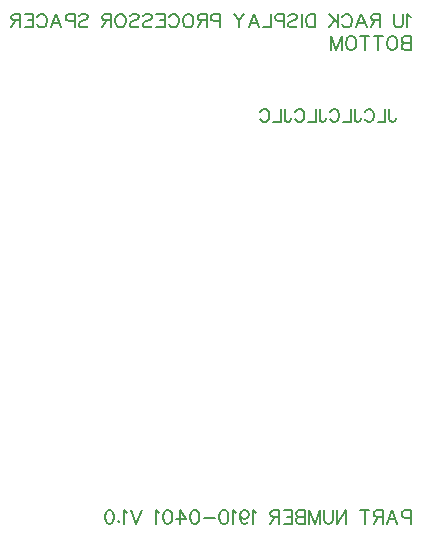
<source format=gbo>
G04 Layer: BottomSilkscreenLayer*
G04 EasyEDA v6.5.34, 2023-08-21 18:11:39*
G04 5c87355bc908427197e19914ae2d944d,5a6b42c53f6a479593ecc07194224c93,10*
G04 Gerber Generator version 0.2*
G04 Scale: 100 percent, Rotated: No, Reflected: No *
G04 Dimensions in millimeters *
G04 leading zeros omitted , absolute positions ,4 integer and 5 decimal *
%FSLAX45Y45*%
%MOMM*%

%ADD10C,0.2032*%
%ADD11C,0.1520*%

%LPD*%
D10*
X46151800Y159189D02*
G01*
X46151800Y44645D01*
X46151800Y159189D02*
G01*
X46102709Y159189D01*
X46086346Y153736D01*
X46080890Y148282D01*
X46075437Y137373D01*
X46075437Y121008D01*
X46080890Y110099D01*
X46086346Y104645D01*
X46102709Y99189D01*
X46151800Y99189D01*
X45995800Y159189D02*
G01*
X46039435Y44645D01*
X45995800Y159189D02*
G01*
X45952163Y44645D01*
X46023072Y82826D02*
G01*
X45968528Y82826D01*
X45916164Y159189D02*
G01*
X45916164Y44645D01*
X45916164Y159189D02*
G01*
X45867073Y159189D01*
X45850710Y153736D01*
X45845255Y148282D01*
X45839800Y137373D01*
X45839800Y126464D01*
X45845255Y115554D01*
X45850710Y110099D01*
X45867073Y104645D01*
X45916164Y104645D01*
X45877982Y104645D02*
G01*
X45839800Y44645D01*
X45765618Y159189D02*
G01*
X45765618Y44645D01*
X45803800Y159189D02*
G01*
X45727437Y159189D01*
X45607437Y159189D02*
G01*
X45607437Y44645D01*
X45607437Y159189D02*
G01*
X45531074Y44645D01*
X45531074Y159189D02*
G01*
X45531074Y44645D01*
X45495072Y159189D02*
G01*
X45495072Y77373D01*
X45489619Y61008D01*
X45478710Y50099D01*
X45462347Y44645D01*
X45451438Y44645D01*
X45435072Y50099D01*
X45424166Y61008D01*
X45418710Y77373D01*
X45418710Y159189D01*
X45382710Y159189D02*
G01*
X45382710Y44645D01*
X45382710Y159189D02*
G01*
X45339073Y44645D01*
X45295438Y159189D02*
G01*
X45339073Y44645D01*
X45295438Y159189D02*
G01*
X45295438Y44645D01*
X45259437Y159189D02*
G01*
X45259437Y44645D01*
X45259437Y159189D02*
G01*
X45210346Y159189D01*
X45193983Y153736D01*
X45188530Y148282D01*
X45183074Y137373D01*
X45183074Y126464D01*
X45188530Y115554D01*
X45193983Y110099D01*
X45210346Y104645D01*
X45259437Y104645D02*
G01*
X45210346Y104645D01*
X45193983Y99189D01*
X45188530Y93736D01*
X45183074Y82826D01*
X45183074Y66464D01*
X45188530Y55554D01*
X45193983Y50099D01*
X45210346Y44645D01*
X45259437Y44645D01*
X45147075Y159189D02*
G01*
X45147075Y44645D01*
X45147075Y159189D02*
G01*
X45076165Y159189D01*
X45147075Y104645D02*
G01*
X45103437Y104645D01*
X45147075Y44645D02*
G01*
X45076165Y44645D01*
X45040166Y159189D02*
G01*
X45040166Y44645D01*
X45040166Y159189D02*
G01*
X44991075Y159189D01*
X44974710Y153736D01*
X44969257Y148282D01*
X44963801Y137373D01*
X44963801Y126464D01*
X44969257Y115554D01*
X44974710Y110099D01*
X44991075Y104645D01*
X45040166Y104645D01*
X45001985Y104645D02*
G01*
X44963801Y44645D01*
X44843801Y137373D02*
G01*
X44832892Y142826D01*
X44816529Y159189D01*
X44816529Y44645D01*
X44709621Y121008D02*
G01*
X44715074Y104645D01*
X44725983Y93736D01*
X44742348Y88282D01*
X44747802Y88282D01*
X44764167Y93736D01*
X44775074Y104645D01*
X44780530Y121008D01*
X44780530Y126464D01*
X44775074Y142826D01*
X44764167Y153736D01*
X44747802Y159189D01*
X44742348Y159189D01*
X44725983Y153736D01*
X44715074Y142826D01*
X44709621Y121008D01*
X44709621Y93736D01*
X44715074Y66464D01*
X44725983Y50099D01*
X44742348Y44645D01*
X44753258Y44645D01*
X44769620Y50099D01*
X44775074Y61008D01*
X44673621Y137373D02*
G01*
X44662712Y142826D01*
X44646349Y159189D01*
X44646349Y44645D01*
X44577622Y159189D02*
G01*
X44593984Y153736D01*
X44604894Y137373D01*
X44610347Y110099D01*
X44610347Y93736D01*
X44604894Y66464D01*
X44593984Y50099D01*
X44577622Y44645D01*
X44566713Y44645D01*
X44550347Y50099D01*
X44539438Y66464D01*
X44533985Y93736D01*
X44533985Y110099D01*
X44539438Y137373D01*
X44550347Y153736D01*
X44566713Y159189D01*
X44577622Y159189D01*
X44497985Y93736D02*
G01*
X44399804Y93736D01*
X44331077Y159189D02*
G01*
X44347439Y153736D01*
X44358349Y137373D01*
X44363802Y110099D01*
X44363802Y93736D01*
X44358349Y66464D01*
X44347439Y50099D01*
X44331077Y44645D01*
X44320167Y44645D01*
X44303802Y50099D01*
X44292893Y66464D01*
X44287440Y93736D01*
X44287440Y110099D01*
X44292893Y137373D01*
X44303802Y153736D01*
X44320167Y159189D01*
X44331077Y159189D01*
X44196894Y159189D02*
G01*
X44251440Y82826D01*
X44169622Y82826D01*
X44196894Y159189D02*
G01*
X44196894Y44645D01*
X44100894Y159189D02*
G01*
X44117257Y153736D01*
X44128166Y137373D01*
X44133622Y110099D01*
X44133622Y93736D01*
X44128166Y66464D01*
X44117257Y50099D01*
X44100894Y44645D01*
X44089985Y44645D01*
X44073622Y50099D01*
X44062713Y66464D01*
X44057257Y93736D01*
X44057257Y110099D01*
X44062713Y137373D01*
X44073622Y153736D01*
X44089985Y159189D01*
X44100894Y159189D01*
X44021258Y137373D02*
G01*
X44010348Y142826D01*
X43993986Y159189D01*
X43993986Y44645D01*
X43873986Y159189D02*
G01*
X43830349Y44645D01*
X43786714Y159189D02*
G01*
X43830349Y44645D01*
X43750715Y137373D02*
G01*
X43739805Y142826D01*
X43723440Y159189D01*
X43723440Y44645D01*
X43681987Y71917D02*
G01*
X43687441Y66464D01*
X43681987Y61008D01*
X43676531Y66464D01*
X43681987Y71917D01*
X43607804Y159189D02*
G01*
X43624169Y153736D01*
X43635076Y137373D01*
X43640532Y110099D01*
X43640532Y93736D01*
X43635076Y66464D01*
X43624169Y50099D01*
X43607804Y44645D01*
X43596895Y44645D01*
X43580532Y50099D01*
X43569623Y66464D01*
X43564169Y93736D01*
X43564169Y110099D01*
X43569623Y137373D01*
X43580532Y153736D01*
X43596895Y159189D01*
X43607804Y159189D01*
X46151800Y4341073D02*
G01*
X46140890Y4346526D01*
X46124528Y4362889D01*
X46124528Y4248345D01*
X46088528Y4362889D02*
G01*
X46088528Y4281073D01*
X46083072Y4264708D01*
X46072163Y4253799D01*
X46055800Y4248345D01*
X46044891Y4248345D01*
X46028528Y4253799D01*
X46017619Y4264708D01*
X46012163Y4281073D01*
X46012163Y4362889D01*
X45892163Y4362889D02*
G01*
X45892163Y4248345D01*
X45892163Y4362889D02*
G01*
X45843073Y4362889D01*
X45826710Y4357436D01*
X45821254Y4351982D01*
X45815801Y4341073D01*
X45815801Y4330164D01*
X45821254Y4319254D01*
X45826710Y4313799D01*
X45843073Y4308345D01*
X45892163Y4308345D01*
X45853982Y4308345D02*
G01*
X45815801Y4248345D01*
X45736164Y4362889D02*
G01*
X45779801Y4248345D01*
X45736164Y4362889D02*
G01*
X45692527Y4248345D01*
X45763436Y4286526D02*
G01*
X45708892Y4286526D01*
X45574709Y4335617D02*
G01*
X45580165Y4346526D01*
X45591074Y4357436D01*
X45601983Y4362889D01*
X45623800Y4362889D01*
X45634709Y4357436D01*
X45645618Y4346526D01*
X45651074Y4335617D01*
X45656527Y4319254D01*
X45656527Y4291982D01*
X45651074Y4275617D01*
X45645618Y4264708D01*
X45634709Y4253799D01*
X45623800Y4248345D01*
X45601983Y4248345D01*
X45591074Y4253799D01*
X45580165Y4264708D01*
X45574709Y4275617D01*
X45538710Y4362889D02*
G01*
X45538710Y4248345D01*
X45462347Y4362889D02*
G01*
X45538710Y4286526D01*
X45511438Y4313799D02*
G01*
X45462347Y4248345D01*
X45342347Y4362889D02*
G01*
X45342347Y4248345D01*
X45342347Y4362889D02*
G01*
X45304166Y4362889D01*
X45287801Y4357436D01*
X45276891Y4346526D01*
X45271438Y4335617D01*
X45265982Y4319254D01*
X45265982Y4291982D01*
X45271438Y4275617D01*
X45276891Y4264708D01*
X45287801Y4253799D01*
X45304166Y4248345D01*
X45342347Y4248345D01*
X45229983Y4362889D02*
G01*
X45229983Y4248345D01*
X45117621Y4346526D02*
G01*
X45128530Y4357436D01*
X45144893Y4362889D01*
X45166711Y4362889D01*
X45183074Y4357436D01*
X45193983Y4346526D01*
X45193983Y4335617D01*
X45188530Y4324708D01*
X45183074Y4319254D01*
X45172165Y4313799D01*
X45139437Y4302889D01*
X45128530Y4297436D01*
X45123074Y4291982D01*
X45117621Y4281073D01*
X45117621Y4264708D01*
X45128530Y4253799D01*
X45144893Y4248345D01*
X45166711Y4248345D01*
X45183074Y4253799D01*
X45193983Y4264708D01*
X45081619Y4362889D02*
G01*
X45081619Y4248345D01*
X45081619Y4362889D02*
G01*
X45032528Y4362889D01*
X45016166Y4357436D01*
X45010712Y4351982D01*
X45005256Y4341073D01*
X45005256Y4324708D01*
X45010712Y4313799D01*
X45016166Y4308345D01*
X45032528Y4302889D01*
X45081619Y4302889D01*
X44969257Y4362889D02*
G01*
X44969257Y4248345D01*
X44969257Y4248345D02*
G01*
X44903801Y4248345D01*
X44824167Y4362889D02*
G01*
X44867802Y4248345D01*
X44824167Y4362889D02*
G01*
X44780530Y4248345D01*
X44851439Y4286526D02*
G01*
X44796892Y4286526D01*
X44744530Y4362889D02*
G01*
X44700893Y4308345D01*
X44700893Y4248345D01*
X44657256Y4362889D02*
G01*
X44700893Y4308345D01*
X44537256Y4362889D02*
G01*
X44537256Y4248345D01*
X44537256Y4362889D02*
G01*
X44488166Y4362889D01*
X44471803Y4357436D01*
X44466349Y4351982D01*
X44460894Y4341073D01*
X44460894Y4324708D01*
X44466349Y4313799D01*
X44471803Y4308345D01*
X44488166Y4302889D01*
X44537256Y4302889D01*
X44424894Y4362889D02*
G01*
X44424894Y4248345D01*
X44424894Y4362889D02*
G01*
X44375804Y4362889D01*
X44359438Y4357436D01*
X44353985Y4351982D01*
X44348532Y4341073D01*
X44348532Y4330164D01*
X44353985Y4319254D01*
X44359438Y4313799D01*
X44375804Y4308345D01*
X44424894Y4308345D01*
X44386713Y4308345D02*
G01*
X44348532Y4248345D01*
X44279804Y4362889D02*
G01*
X44290714Y4357436D01*
X44301620Y4346526D01*
X44307076Y4335617D01*
X44312530Y4319254D01*
X44312530Y4291982D01*
X44307076Y4275617D01*
X44301620Y4264708D01*
X44290714Y4253799D01*
X44279804Y4248345D01*
X44257986Y4248345D01*
X44247076Y4253799D01*
X44236167Y4264708D01*
X44230714Y4275617D01*
X44225258Y4291982D01*
X44225258Y4319254D01*
X44230714Y4335617D01*
X44236167Y4346526D01*
X44247076Y4357436D01*
X44257986Y4362889D01*
X44279804Y4362889D01*
X44107440Y4335617D02*
G01*
X44112893Y4346526D01*
X44123803Y4357436D01*
X44134712Y4362889D01*
X44156530Y4362889D01*
X44167440Y4357436D01*
X44178349Y4346526D01*
X44183802Y4335617D01*
X44189258Y4319254D01*
X44189258Y4291982D01*
X44183802Y4275617D01*
X44178349Y4264708D01*
X44167440Y4253799D01*
X44156530Y4248345D01*
X44134712Y4248345D01*
X44123803Y4253799D01*
X44112893Y4264708D01*
X44107440Y4275617D01*
X44071440Y4362889D02*
G01*
X44071440Y4248345D01*
X44071440Y4362889D02*
G01*
X44000531Y4362889D01*
X44071440Y4308345D02*
G01*
X44027803Y4308345D01*
X44071440Y4248345D02*
G01*
X44000531Y4248345D01*
X43888167Y4346526D02*
G01*
X43899076Y4357436D01*
X43915441Y4362889D01*
X43937257Y4362889D01*
X43953623Y4357436D01*
X43964532Y4346526D01*
X43964532Y4335617D01*
X43959076Y4324708D01*
X43953623Y4319254D01*
X43942713Y4313799D01*
X43909985Y4302889D01*
X43899076Y4297436D01*
X43893623Y4291982D01*
X43888167Y4281073D01*
X43888167Y4264708D01*
X43899076Y4253799D01*
X43915441Y4248345D01*
X43937257Y4248345D01*
X43953623Y4253799D01*
X43964532Y4264708D01*
X43775805Y4346526D02*
G01*
X43786714Y4357436D01*
X43803077Y4362889D01*
X43824895Y4362889D01*
X43841258Y4357436D01*
X43852167Y4346526D01*
X43852167Y4335617D01*
X43846714Y4324708D01*
X43841258Y4319254D01*
X43830349Y4313799D01*
X43797623Y4302889D01*
X43786714Y4297436D01*
X43781258Y4291982D01*
X43775805Y4281073D01*
X43775805Y4264708D01*
X43786714Y4253799D01*
X43803077Y4248345D01*
X43824895Y4248345D01*
X43841258Y4253799D01*
X43852167Y4264708D01*
X43707077Y4362889D02*
G01*
X43717987Y4357436D01*
X43728896Y4346526D01*
X43734349Y4335617D01*
X43739805Y4319254D01*
X43739805Y4291982D01*
X43734349Y4275617D01*
X43728896Y4264708D01*
X43717987Y4253799D01*
X43707077Y4248345D01*
X43685259Y4248345D01*
X43674350Y4253799D01*
X43663440Y4264708D01*
X43657987Y4275617D01*
X43652531Y4291982D01*
X43652531Y4319254D01*
X43657987Y4335617D01*
X43663440Y4346526D01*
X43674350Y4357436D01*
X43685259Y4362889D01*
X43707077Y4362889D01*
X43616532Y4362889D02*
G01*
X43616532Y4248345D01*
X43616532Y4362889D02*
G01*
X43567441Y4362889D01*
X43551078Y4357436D01*
X43545622Y4351982D01*
X43540169Y4341073D01*
X43540169Y4330164D01*
X43545622Y4319254D01*
X43551078Y4313799D01*
X43567441Y4308345D01*
X43616532Y4308345D01*
X43578350Y4308345D02*
G01*
X43540169Y4248345D01*
X43343804Y4346526D02*
G01*
X43354713Y4357436D01*
X43371079Y4362889D01*
X43392895Y4362889D01*
X43409260Y4357436D01*
X43420169Y4346526D01*
X43420169Y4335617D01*
X43414713Y4324708D01*
X43409260Y4319254D01*
X43398351Y4313799D01*
X43365623Y4302889D01*
X43354713Y4297436D01*
X43349260Y4291982D01*
X43343804Y4281073D01*
X43343804Y4264708D01*
X43354713Y4253799D01*
X43371079Y4248345D01*
X43392895Y4248345D01*
X43409260Y4253799D01*
X43420169Y4264708D01*
X43307805Y4362889D02*
G01*
X43307805Y4248345D01*
X43307805Y4362889D02*
G01*
X43258714Y4362889D01*
X43242351Y4357436D01*
X43236896Y4351982D01*
X43231442Y4341073D01*
X43231442Y4324708D01*
X43236896Y4313799D01*
X43242351Y4308345D01*
X43258714Y4302889D01*
X43307805Y4302889D01*
X43151806Y4362889D02*
G01*
X43195443Y4248345D01*
X43151806Y4362889D02*
G01*
X43108168Y4248345D01*
X43179077Y4286526D02*
G01*
X43124534Y4286526D01*
X42990350Y4335617D02*
G01*
X42995806Y4346526D01*
X43006716Y4357436D01*
X43017625Y4362889D01*
X43039441Y4362889D01*
X43050350Y4357436D01*
X43061260Y4346526D01*
X43066716Y4335617D01*
X43072169Y4319254D01*
X43072169Y4291982D01*
X43066716Y4275617D01*
X43061260Y4264708D01*
X43050350Y4253799D01*
X43039441Y4248345D01*
X43017625Y4248345D01*
X43006716Y4253799D01*
X42995806Y4264708D01*
X42990350Y4275617D01*
X42954351Y4362889D02*
G01*
X42954351Y4248345D01*
X42954351Y4362889D02*
G01*
X42883442Y4362889D01*
X42954351Y4308345D02*
G01*
X42910716Y4308345D01*
X42954351Y4248345D02*
G01*
X42883442Y4248345D01*
X42847442Y4362889D02*
G01*
X42847442Y4248345D01*
X42847442Y4362889D02*
G01*
X42798352Y4362889D01*
X42781989Y4357436D01*
X42776533Y4351982D01*
X42771080Y4341073D01*
X42771080Y4330164D01*
X42776533Y4319254D01*
X42781989Y4313799D01*
X42798352Y4308345D01*
X42847442Y4308345D01*
X42809261Y4308345D02*
G01*
X42771080Y4248345D01*
D11*
X45972857Y3557051D02*
G01*
X45972857Y3473924D01*
X45978053Y3458337D01*
X45983248Y3453142D01*
X45993639Y3447948D01*
X46004030Y3447948D01*
X46014421Y3453142D01*
X46019618Y3458337D01*
X46024812Y3473924D01*
X46024812Y3484316D01*
X45938566Y3557051D02*
G01*
X45938566Y3447948D01*
X45938566Y3447948D02*
G01*
X45876222Y3447948D01*
X45764000Y3531074D02*
G01*
X45769197Y3541466D01*
X45779588Y3551857D01*
X45789977Y3557051D01*
X45810759Y3557051D01*
X45821150Y3551857D01*
X45831541Y3541466D01*
X45836738Y3531074D01*
X45841932Y3515487D01*
X45841932Y3489510D01*
X45836738Y3473924D01*
X45831541Y3463533D01*
X45821150Y3453142D01*
X45810759Y3447948D01*
X45789977Y3447948D01*
X45779588Y3453142D01*
X45769197Y3463533D01*
X45764000Y3473924D01*
X45677757Y3557051D02*
G01*
X45677757Y3473924D01*
X45682951Y3458337D01*
X45688148Y3453142D01*
X45698536Y3447948D01*
X45708928Y3447948D01*
X45719319Y3453142D01*
X45724516Y3458337D01*
X45729710Y3473924D01*
X45729710Y3484316D01*
X45643467Y3557051D02*
G01*
X45643467Y3447948D01*
X45643467Y3447948D02*
G01*
X45581120Y3447948D01*
X45468898Y3531074D02*
G01*
X45474094Y3541466D01*
X45484486Y3551857D01*
X45494877Y3557051D01*
X45515657Y3557051D01*
X45526048Y3551857D01*
X45536439Y3541466D01*
X45541636Y3531074D01*
X45546830Y3515487D01*
X45546830Y3489510D01*
X45541636Y3473924D01*
X45536439Y3463533D01*
X45526048Y3453142D01*
X45515657Y3447948D01*
X45494877Y3447948D01*
X45484486Y3453142D01*
X45474094Y3463533D01*
X45468898Y3473924D01*
X45382654Y3557051D02*
G01*
X45382654Y3473924D01*
X45387849Y3458337D01*
X45393046Y3453142D01*
X45403437Y3447948D01*
X45413828Y3447948D01*
X45424216Y3453142D01*
X45429413Y3458337D01*
X45434608Y3473924D01*
X45434608Y3484316D01*
X45348364Y3557051D02*
G01*
X45348364Y3447948D01*
X45348364Y3447948D02*
G01*
X45286018Y3447948D01*
X45173798Y3531074D02*
G01*
X45178992Y3541466D01*
X45189383Y3551857D01*
X45199774Y3557051D01*
X45220557Y3557051D01*
X45230948Y3551857D01*
X45241336Y3541466D01*
X45246533Y3531074D01*
X45251728Y3515487D01*
X45251728Y3489510D01*
X45246533Y3473924D01*
X45241336Y3463533D01*
X45230948Y3453142D01*
X45220557Y3447948D01*
X45199774Y3447948D01*
X45189383Y3453142D01*
X45178992Y3463533D01*
X45173798Y3473924D01*
X45087552Y3557051D02*
G01*
X45087552Y3473924D01*
X45092747Y3458337D01*
X45097943Y3453142D01*
X45108334Y3447948D01*
X45118726Y3447948D01*
X45129117Y3453142D01*
X45134311Y3458337D01*
X45139508Y3473924D01*
X45139508Y3484316D01*
X45053262Y3557051D02*
G01*
X45053262Y3447948D01*
X45053262Y3447948D02*
G01*
X44990918Y3447948D01*
X44878696Y3531074D02*
G01*
X44883890Y3541466D01*
X44894281Y3551857D01*
X44904672Y3557051D01*
X44925454Y3557051D01*
X44935846Y3551857D01*
X44946237Y3541466D01*
X44951431Y3531074D01*
X44956628Y3515487D01*
X44956628Y3489510D01*
X44951431Y3473924D01*
X44946237Y3463533D01*
X44935846Y3453142D01*
X44925454Y3447948D01*
X44904672Y3447948D01*
X44894281Y3453142D01*
X44883890Y3463533D01*
X44878696Y3473924D01*
D10*
X46151800Y4172389D02*
G01*
X46151800Y4057845D01*
X46151800Y4172389D02*
G01*
X46102709Y4172389D01*
X46086346Y4166936D01*
X46080890Y4161482D01*
X46075437Y4150573D01*
X46075437Y4139664D01*
X46080890Y4128754D01*
X46086346Y4123299D01*
X46102709Y4117845D01*
X46151800Y4117845D02*
G01*
X46102709Y4117845D01*
X46086346Y4112389D01*
X46080890Y4106936D01*
X46075437Y4096026D01*
X46075437Y4079664D01*
X46080890Y4068754D01*
X46086346Y4063299D01*
X46102709Y4057845D01*
X46151800Y4057845D01*
X46006710Y4172389D02*
G01*
X46017619Y4166936D01*
X46028528Y4156026D01*
X46033982Y4145117D01*
X46039435Y4128754D01*
X46039435Y4101482D01*
X46033982Y4085117D01*
X46028528Y4074208D01*
X46017619Y4063299D01*
X46006710Y4057845D01*
X45984891Y4057845D01*
X45973982Y4063299D01*
X45963072Y4074208D01*
X45957619Y4085117D01*
X45952163Y4101482D01*
X45952163Y4128754D01*
X45957619Y4145117D01*
X45963072Y4156026D01*
X45973982Y4166936D01*
X45984891Y4172389D01*
X46006710Y4172389D01*
X45877982Y4172389D02*
G01*
X45877982Y4057845D01*
X45916164Y4172389D02*
G01*
X45839800Y4172389D01*
X45765618Y4172389D02*
G01*
X45765618Y4057845D01*
X45803800Y4172389D02*
G01*
X45727437Y4172389D01*
X45658709Y4172389D02*
G01*
X45669619Y4166936D01*
X45680528Y4156026D01*
X45685981Y4145117D01*
X45691437Y4128754D01*
X45691437Y4101482D01*
X45685981Y4085117D01*
X45680528Y4074208D01*
X45669619Y4063299D01*
X45658709Y4057845D01*
X45636891Y4057845D01*
X45625981Y4063299D01*
X45615072Y4074208D01*
X45609619Y4085117D01*
X45604165Y4101482D01*
X45604165Y4128754D01*
X45609619Y4145117D01*
X45615072Y4156026D01*
X45625981Y4166936D01*
X45636891Y4172389D01*
X45658709Y4172389D01*
X45568163Y4172389D02*
G01*
X45568163Y4057845D01*
X45568163Y4172389D02*
G01*
X45524529Y4057845D01*
X45480892Y4172389D02*
G01*
X45524529Y4057845D01*
X45480892Y4172389D02*
G01*
X45480892Y4057845D01*
M02*

</source>
